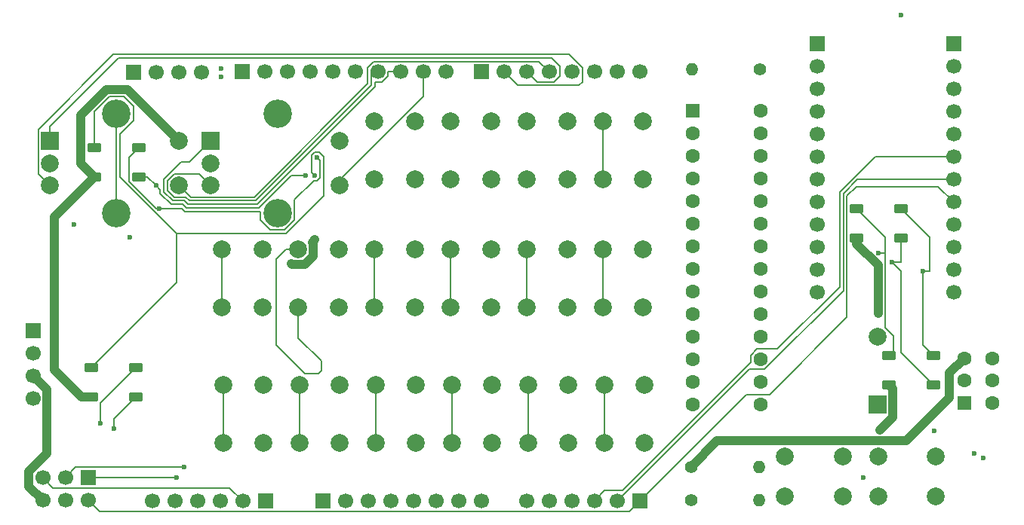
<source format=gbr>
%TF.GenerationSoftware,KiCad,Pcbnew,9.0.1*%
%TF.CreationDate,2025-05-27T17:05:58+05:30*%
%TF.ProjectId,macronardo,6d616372-6f6e-4617-9264-6f2e6b696361,rev?*%
%TF.SameCoordinates,Original*%
%TF.FileFunction,Copper,L4,Bot*%
%TF.FilePolarity,Positive*%
%FSLAX46Y46*%
G04 Gerber Fmt 4.6, Leading zero omitted, Abs format (unit mm)*
G04 Created by KiCad (PCBNEW 9.0.1) date 2025-05-27 17:05:58*
%MOMM*%
%LPD*%
G01*
G04 APERTURE LIST*
G04 Aperture macros list*
%AMRoundRect*
0 Rectangle with rounded corners*
0 $1 Rounding radius*
0 $2 $3 $4 $5 $6 $7 $8 $9 X,Y pos of 4 corners*
0 Add a 4 corners polygon primitive as box body*
4,1,4,$2,$3,$4,$5,$6,$7,$8,$9,$2,$3,0*
0 Add four circle primitives for the rounded corners*
1,1,$1+$1,$2,$3*
1,1,$1+$1,$4,$5*
1,1,$1+$1,$6,$7*
1,1,$1+$1,$8,$9*
0 Add four rect primitives between the rounded corners*
20,1,$1+$1,$2,$3,$4,$5,0*
20,1,$1+$1,$4,$5,$6,$7,0*
20,1,$1+$1,$6,$7,$8,$9,0*
20,1,$1+$1,$8,$9,$2,$3,0*%
G04 Aperture macros list end*
%TA.AperFunction,ComponentPad*%
%ADD10R,1.700000X1.700000*%
%TD*%
%TA.AperFunction,ComponentPad*%
%ADD11C,1.700000*%
%TD*%
%TA.AperFunction,ComponentPad*%
%ADD12C,2.000000*%
%TD*%
%TA.AperFunction,ComponentPad*%
%ADD13R,2.000000X2.000000*%
%TD*%
%TA.AperFunction,ComponentPad*%
%ADD14RoundRect,0.250000X-0.550000X-0.550000X0.550000X-0.550000X0.550000X0.550000X-0.550000X0.550000X0*%
%TD*%
%TA.AperFunction,ComponentPad*%
%ADD15C,1.600000*%
%TD*%
%TA.AperFunction,ComponentPad*%
%ADD16C,3.200000*%
%TD*%
%TA.AperFunction,ComponentPad*%
%ADD17C,1.400000*%
%TD*%
%TA.AperFunction,ComponentPad*%
%ADD18O,1.400000X1.400000*%
%TD*%
%TA.AperFunction,ComponentPad*%
%ADD19R,1.600000X1.600000*%
%TD*%
%TA.AperFunction,SMDPad,CuDef*%
%ADD20RoundRect,0.250000X-0.550000X-0.250000X0.550000X-0.250000X0.550000X0.250000X-0.550000X0.250000X0*%
%TD*%
%TA.AperFunction,ViaPad*%
%ADD21C,0.600000*%
%TD*%
%TA.AperFunction,Conductor*%
%ADD22C,1.000000*%
%TD*%
%TA.AperFunction,Conductor*%
%ADD23C,0.200000*%
%TD*%
G04 APERTURE END LIST*
D10*
%TO.P,J7,1,Pin_1*%
%TO.N,unconnected-(J7-Pin_1-Pad1)*%
X201650000Y-49940000D03*
D11*
%TO.P,J7,2,Pin_2*%
%TO.N,/GND*%
X201650000Y-52480000D03*
%TO.P,J7,3,Pin_3*%
%TO.N,/RST*%
X201650000Y-55020000D03*
%TO.P,J7,4,Pin_4*%
%TO.N,/VCC*%
X201650000Y-57560000D03*
%TO.P,J7,5,Pin_5*%
%TO.N,/GPIO23*%
X201650000Y-60100000D03*
%TO.P,J7,6,Pin_6*%
%TO.N,/HEAD_A2*%
X201650000Y-62640000D03*
%TO.P,J7,7,Pin_7*%
%TO.N,/HEAD_A1*%
X201650000Y-65180000D03*
%TO.P,J7,8,Pin_8*%
%TO.N,/CAPS_LK_STAT*%
X201650000Y-67720000D03*
%TO.P,J7,9,Pin_9*%
%TO.N,/PROMICRO_SCLK*%
X201650000Y-70260000D03*
%TO.P,J7,10,Pin_10*%
%TO.N,/PROMICRO_MISO*%
X201650000Y-72800000D03*
%TO.P,J7,11,Pin_11*%
%TO.N,/PROMICRO_MOSI*%
X201650000Y-75340000D03*
%TO.P,J7,12,Pin_12*%
%TO.N,/GPIO10*%
X201650000Y-77880000D03*
%TD*%
D12*
%TO.P,SW16,1,1*%
%TO.N,/LAYERLED*%
X193200000Y-96350000D03*
X199700000Y-96350000D03*
%TO.P,SW16,2,2*%
%TO.N,/LAYER_CHANGE_SW_IN*%
X193200000Y-100850001D03*
X199700001Y-100850000D03*
%TD*%
%TO.P,SW0,1,1*%
%TO.N,/LED1*%
X119700000Y-94850000D03*
X119700000Y-88350000D03*
%TO.P,SW0,2,2*%
%TO.N,/SW1*%
X124200001Y-94850000D03*
X124200000Y-88349999D03*
%TD*%
%TO.P,SW1,1,1*%
%TO.N,/LED2*%
X128250000Y-94850000D03*
X128250000Y-88350000D03*
%TO.P,SW1,2,2*%
%TO.N,/SW2*%
X132750001Y-94850000D03*
X132750000Y-88349999D03*
%TD*%
D13*
%TO.P,BZ0,1,+*%
%TO.N,/BUZZ (+)*%
X193160000Y-90490000D03*
D12*
%TO.P,BZ0,2,-*%
%TO.N,Net-(BZ0--)*%
X193160000Y-82890000D03*
%TD*%
D14*
%TO.P,U0,1,GPB0*%
%TO.N,/SW1*%
X172380000Y-57490000D03*
D15*
%TO.P,U0,2,GPB1*%
%TO.N,/SW2*%
X172380000Y-60030000D03*
%TO.P,U0,3,GPB2*%
%TO.N,/SW3*%
X172380000Y-62570000D03*
%TO.P,U0,4,GPB3*%
%TO.N,/SW4*%
X172380000Y-65110000D03*
%TO.P,U0,5,GPB4*%
%TO.N,/SW5*%
X172380000Y-67650000D03*
%TO.P,U0,6,GPB5*%
%TO.N,/SW6*%
X172380000Y-70190000D03*
%TO.P,U0,7,GPB6*%
%TO.N,/SW7*%
X172380000Y-72730000D03*
%TO.P,U0,8,GPB7*%
%TO.N,/SW8*%
X172380000Y-75270000D03*
%TO.P,U0,9,VDD*%
%TO.N,/VCC*%
X172380000Y-77810000D03*
%TO.P,U0,10,VSS*%
%TO.N,/GND*%
X172380000Y-80350000D03*
%TO.P,U0,11,NC*%
%TO.N,unconnected-(U0-NC-Pad11)*%
X172380000Y-82890000D03*
%TO.P,U0,12,SCK*%
%TO.N,/SCL*%
X172380000Y-85430000D03*
%TO.P,U0,13,SDA*%
%TO.N,/SDA*%
X172380000Y-87970000D03*
%TO.P,U0,14,NC*%
%TO.N,unconnected-(U0-NC-Pad14)*%
X172380000Y-90510000D03*
%TO.P,U0,15,A0*%
%TO.N,/GND*%
X180000000Y-90510000D03*
%TO.P,U0,16,A1*%
X180000000Y-87970000D03*
%TO.P,U0,17,A2*%
X180000000Y-85430000D03*
%TO.P,U0,18,~{RESET}*%
%TO.N,/VCC*%
X180000000Y-82890000D03*
%TO.P,U0,19,INTB*%
%TO.N,unconnected-(U0-INTB-Pad19)*%
X180000000Y-80350000D03*
%TO.P,U0,20,INTA*%
%TO.N,/INTA*%
X180000000Y-77810000D03*
%TO.P,U0,21,GPA0*%
%TO.N,/SW9*%
X180000000Y-75270000D03*
%TO.P,U0,22,GPA1*%
%TO.N,/SW10*%
X180000000Y-72730000D03*
%TO.P,U0,23,GPA2*%
%TO.N,/SW11*%
X180000000Y-70190000D03*
%TO.P,U0,24,GPA3*%
%TO.N,/SW12*%
X180000000Y-67650000D03*
%TO.P,U0,25,GPA4*%
%TO.N,/SW13*%
X180000000Y-65110000D03*
%TO.P,U0,26,GPA5*%
%TO.N,/SW14*%
X180000000Y-62570000D03*
%TO.P,U0,27,GPA6*%
%TO.N,/SW15*%
X180000000Y-60030000D03*
%TO.P,U0,28,GPA7*%
%TO.N,/SW16*%
X180000000Y-57490000D03*
%TD*%
D12*
%TO.P,SW15,1,1*%
%TO.N,/LED16*%
X162350000Y-65200000D03*
X162350000Y-58700000D03*
%TO.P,SW15,2,2*%
%TO.N,/SW16*%
X166850001Y-65200000D03*
X166850000Y-58699999D03*
%TD*%
%TO.P,SW2,1,1*%
%TO.N,/LED3*%
X136800000Y-94850000D03*
X136800000Y-88350000D03*
%TO.P,SW2,2,2*%
%TO.N,/SW3*%
X141300001Y-94850000D03*
X141300000Y-88349999D03*
%TD*%
%TO.P,SW5,1,1*%
%TO.N,/LED6*%
X162450001Y-94850000D03*
X162450001Y-88350000D03*
%TO.P,SW5,2,2*%
%TO.N,/SW6*%
X166950002Y-94850000D03*
X166950001Y-88349999D03*
%TD*%
D13*
%TO.P,ENC0,A,A*%
%TO.N,/ENC0_A_IN*%
X100250000Y-60900000D03*
D12*
%TO.P,ENC0,B,B*%
%TO.N,/ENC0_B_IN*%
X100250000Y-65900000D03*
%TO.P,ENC0,C,C*%
%TO.N,unconnected-(ENC0-PadC)*%
X100250000Y-63400000D03*
D16*
%TO.P,ENC0,MP,MP*%
%TO.N,unconnected-(ENC0-PadMP)*%
X107750000Y-57800000D03*
X107750000Y-69000000D03*
D12*
%TO.P,ENC0,S1,S1*%
%TO.N,/ENC0_SW_IN*%
X114750000Y-65900000D03*
%TO.P,ENC0,S2,S2*%
%TO.N,/GND*%
X114750000Y-60900000D03*
%TD*%
D17*
%TO.P,R2,1*%
%TO.N,Net-(BZ0--)*%
X179910000Y-52850000D03*
D18*
%TO.P,R2,2*%
%TO.N,/GND*%
X172290000Y-52850000D03*
%TD*%
D12*
%TO.P,SW7,1,1*%
%TO.N,/LED8*%
X128150000Y-79600000D03*
X128150000Y-73100000D03*
%TO.P,SW7,2,2*%
%TO.N,/SW8*%
X132650001Y-79600000D03*
X132650000Y-73099999D03*
%TD*%
%TO.P,SW13,1,1*%
%TO.N,/LED14*%
X145250000Y-65200000D03*
X145250000Y-58700000D03*
%TO.P,SW13,2,2*%
%TO.N,/SW14*%
X149750001Y-65200000D03*
X149750000Y-58699999D03*
%TD*%
%TO.P,SW11,1,1*%
%TO.N,/LED12*%
X162350000Y-79600000D03*
X162350000Y-73100000D03*
%TO.P,SW11,2,2*%
%TO.N,/SW12*%
X166850001Y-79600000D03*
X166850000Y-73099999D03*
%TD*%
%TO.P,SW17,1,1*%
%TO.N,/PRFLELED*%
X182750000Y-96350000D03*
X189250000Y-96350000D03*
%TO.P,SW17,2,2*%
%TO.N,/PROFILE_CHANGE_SW_IN*%
X182750000Y-100850001D03*
X189250001Y-100850000D03*
%TD*%
D10*
%TO.P,J0,1,Pin_1*%
%TO.N,/OLED_SDA*%
X98400000Y-82190000D03*
D11*
%TO.P,J0,2,Pin_2*%
%TO.N,/OLED_SCL*%
X98400000Y-84730000D03*
%TO.P,J0,3,Pin_3*%
%TO.N,/VCC*%
X98400000Y-87269999D03*
%TO.P,J0,4,Pin_4*%
%TO.N,/GND*%
X98400000Y-89810000D03*
%TD*%
D12*
%TO.P,SW6,1,1*%
%TO.N,/LED7*%
X119600000Y-79600000D03*
X119600000Y-73100000D03*
%TO.P,SW6,2,2*%
%TO.N,/SW7*%
X124100001Y-79600000D03*
X124100000Y-73099999D03*
%TD*%
D17*
%TO.P,R0,1*%
%TO.N,/VCC*%
X172190000Y-97550000D03*
D18*
%TO.P,R0,2*%
%TO.N,/SDA*%
X179810000Y-97550000D03*
%TD*%
D12*
%TO.P,SW14,1,1*%
%TO.N,/LED15*%
X153800000Y-65200000D03*
X153800000Y-58700000D03*
%TO.P,SW14,2,2*%
%TO.N,/SW15*%
X158300001Y-65200000D03*
X158300000Y-58699999D03*
%TD*%
D10*
%TO.P,J9,1,Pin_1*%
%TO.N,/CAPS_LK_STAT_IN*%
X124490000Y-101390000D03*
D11*
%TO.P,J9,2,Pin_2*%
%TO.N,/HEAD_A1*%
X121950000Y-101390000D03*
%TO.P,J9,3,Pin_3*%
%TO.N,/HEAD_A2*%
X119410001Y-101390000D03*
%TO.P,J9,4,Pin_4*%
%TO.N,/HEAD_A3*%
X116870000Y-101390000D03*
%TO.P,J9,5,Pin_5*%
%TO.N,/HEAD_A4*%
X114330000Y-101390000D03*
%TO.P,J9,6,Pin_6*%
%TO.N,/HEAD_A5*%
X111790000Y-101390000D03*
%TD*%
D12*
%TO.P,SW3,1,1*%
%TO.N,/LED4*%
X145350000Y-94850000D03*
X145350000Y-88350000D03*
%TO.P,SW3,2,2*%
%TO.N,/SW4*%
X149850001Y-94850000D03*
X149850000Y-88349999D03*
%TD*%
%TO.P,SW4,1,1*%
%TO.N,/LED5*%
X153900000Y-94850000D03*
X153900000Y-88350000D03*
%TO.P,SW4,2,2*%
%TO.N,/SW5*%
X158400001Y-94850000D03*
X158400000Y-88349999D03*
%TD*%
%TO.P,SW12,1,1*%
%TO.N,/LED13*%
X136700000Y-65200000D03*
X136700000Y-58700000D03*
%TO.P,SW12,2,2*%
%TO.N,/SW13*%
X141200001Y-65200000D03*
X141200000Y-58699999D03*
%TD*%
%TO.P,SW9,1,1*%
%TO.N,/LED10*%
X145250000Y-79600000D03*
X145250000Y-73100000D03*
%TO.P,SW9,2,2*%
%TO.N,/SW10*%
X149750001Y-79600000D03*
X149750000Y-73099999D03*
%TD*%
%TO.P,SW10,1,1*%
%TO.N,/LED11*%
X153800000Y-79600000D03*
X153800000Y-73100000D03*
%TO.P,SW10,2,2*%
%TO.N,/SW11*%
X158300001Y-79600000D03*
X158300000Y-73099999D03*
%TD*%
D10*
%TO.P,J2,1,Pin_1*%
%TO.N,/PRMCO_TX*%
X186400000Y-49940000D03*
D11*
%TO.P,J2,2,Pin_2*%
%TO.N,/PRMCO_RX*%
X186400000Y-52480000D03*
%TO.P,J2,3,Pin_3*%
%TO.N,/GND*%
X186400000Y-55020000D03*
%TO.P,J2,4,Pin_4*%
X186400000Y-57560000D03*
%TO.P,J2,5,Pin_5*%
%TO.N,/OLED_SDA*%
X186400000Y-60100000D03*
%TO.P,J2,6,Pin_6*%
%TO.N,/OLED_SCL*%
X186400000Y-62640000D03*
%TO.P,J2,7,Pin_7*%
%TO.N,/GPIO4*%
X186400000Y-65180000D03*
%TO.P,J2,8,Pin_8*%
%TO.N,/LED_R*%
X186400000Y-67720000D03*
%TO.P,J2,9,Pin_9*%
%TO.N,/LED_G*%
X186400000Y-70260000D03*
%TO.P,J2,10,Pin_10*%
%TO.N,/BUZZ (+)*%
X186400000Y-72800000D03*
%TO.P,J2,11,Pin_11*%
%TO.N,/GPIO8*%
X186400000Y-75340000D03*
%TO.P,J2,12,Pin_12*%
%TO.N,/LED_B*%
X186400000Y-77880000D03*
%TD*%
D13*
%TO.P,ENC1,A,A*%
%TO.N,/ENC1_A_IN*%
X118300000Y-60900000D03*
D12*
%TO.P,ENC1,B,B*%
%TO.N,/ENC1_B_IN*%
X118300000Y-65900000D03*
%TO.P,ENC1,C,C*%
%TO.N,unconnected-(ENC1-PadC)*%
X118300000Y-63400000D03*
D16*
%TO.P,ENC1,MP,MP*%
%TO.N,unconnected-(ENC1-PadMP)*%
X125800000Y-57800000D03*
X125800000Y-69000000D03*
D12*
%TO.P,ENC1,S1,S1*%
%TO.N,/ENC1_SW_IN*%
X132800000Y-65900000D03*
%TO.P,ENC1,S2,S2*%
%TO.N,/GND*%
X132800000Y-60900000D03*
%TD*%
D19*
%TO.P,SW18,1,B*%
%TO.N,/WRT_PRTCT_TGGL*%
X202850001Y-90307500D03*
D15*
%TO.P,SW18,2,C*%
%TO.N,/GND*%
X202850001Y-87807500D03*
%TO.P,SW18,3,A*%
%TO.N,/VCC*%
X202850001Y-85307500D03*
%TO.P,SW18,4*%
%TO.N,N/C*%
X206050001Y-90307500D03*
%TO.P,SW18,5*%
X206050001Y-87807500D03*
%TO.P,SW18,6*%
X206050001Y-85307500D03*
%TD*%
D17*
%TO.P,R1,1*%
%TO.N,/VCC*%
X172200000Y-101300000D03*
D18*
%TO.P,R1,2*%
%TO.N,/SCL*%
X179820000Y-101300000D03*
%TD*%
D12*
%TO.P,SW8,1,1*%
%TO.N,/LED9*%
X136700000Y-79600000D03*
X136700000Y-73100000D03*
%TO.P,SW8,2,2*%
%TO.N,/SW9*%
X141200001Y-79600000D03*
X141200000Y-73099999D03*
%TD*%
D10*
%TO.P,J8,1,Pin_1*%
%TO.N,/HEAD_A2*%
X104540000Y-98725000D03*
D11*
%TO.P,J8,2,Pin_2*%
%TO.N,/CAPS_LK_STAT*%
X104540000Y-101265000D03*
%TO.P,J8,3,Pin_3*%
%TO.N,/HEAD_A4*%
X102000000Y-98725000D03*
%TO.P,J8,4,Pin_4*%
%TO.N,/GND*%
X102000000Y-101265000D03*
%TO.P,J8,5,Pin_5*%
%TO.N,/HEAD_A1*%
X99460001Y-98725000D03*
%TO.P,J8,6,Pin_6*%
%TO.N,/VCC*%
X99460000Y-101265000D03*
%TD*%
D20*
%TO.P,D21,1,A*%
%TO.N,/GND*%
X104940000Y-89650000D03*
%TO.P,D21,2,RK*%
%TO.N,/LED_R*%
X104940000Y-86350000D03*
%TO.P,D21,3,GK*%
%TO.N,/LED_G*%
X109940000Y-89650000D03*
%TO.P,D21,4,BK*%
%TO.N,/LED_B*%
X109940000Y-86350000D03*
%TD*%
%TO.P,D22,1,A*%
%TO.N,/GND*%
X194390000Y-88270000D03*
%TO.P,D22,2,RK*%
%TO.N,/LED_R*%
X194390000Y-84970000D03*
%TO.P,D22,3,GK*%
%TO.N,/LED_G*%
X199390000Y-88270000D03*
%TO.P,D22,4,BK*%
%TO.N,/LED_B*%
X199390000Y-84970000D03*
%TD*%
D10*
%TO.P,J3,1,Pin_1*%
%TO.N,/CAPS_LK_STAT*%
X166450000Y-101350000D03*
D11*
%TO.P,J3,2,Pin_2*%
%TO.N,/HEAD_A1*%
X163910000Y-101350000D03*
%TO.P,J3,3,Pin_3*%
%TO.N,/HEAD_A2*%
X161370001Y-101350000D03*
%TO.P,J3,4,Pin_4*%
%TO.N,/HEAD_A3*%
X158830000Y-101350000D03*
%TO.P,J3,5,Pin_5*%
%TO.N,/HEAD_A4*%
X156290000Y-101350000D03*
%TO.P,J3,6,Pin_6*%
%TO.N,/HEAD_A5*%
X153750000Y-101350000D03*
%TD*%
D20*
%TO.P,D19,1,A*%
%TO.N,/GND*%
X105260000Y-64930000D03*
%TO.P,D19,2,RK*%
%TO.N,/LED_R*%
X105260000Y-61630000D03*
%TO.P,D19,3,GK*%
%TO.N,/LED_G*%
X110260000Y-64930000D03*
%TO.P,D19,4,BK*%
%TO.N,/LED_B*%
X110260000Y-61630000D03*
%TD*%
%TO.P,D20,1,A*%
%TO.N,/GND*%
X190800000Y-71800000D03*
%TO.P,D20,2,RK*%
%TO.N,/LED_R*%
X190800000Y-68500000D03*
%TO.P,D20,3,GK*%
%TO.N,/LED_G*%
X195800000Y-71800000D03*
%TO.P,D20,4,BK*%
%TO.N,/LED_B*%
X195800000Y-68500000D03*
%TD*%
D10*
%TO.P,J4,1,Pin_1*%
%TO.N,unconnected-(J4-Pin_1-Pad1)*%
X130930001Y-101350000D03*
D11*
%TO.P,J4,2,Pin_2*%
%TO.N,/IOREF*%
X133470001Y-101350000D03*
%TO.P,J4,3,Pin_3*%
%TO.N,/RESET*%
X136010000Y-101350000D03*
%TO.P,J4,4,Pin_4*%
%TO.N,/3V3_LOGIC*%
X138550001Y-101350000D03*
%TO.P,J4,5,Pin_5*%
%TO.N,/VCC*%
X141090001Y-101350000D03*
%TO.P,J4,6,Pin_6*%
%TO.N,/GND*%
X143630001Y-101350000D03*
%TO.P,J4,7,Pin_7*%
X146170001Y-101350000D03*
%TO.P,J4,8,Pin_8*%
%TO.N,/VIN*%
X148710002Y-101350000D03*
%TD*%
D10*
%TO.P,J5,1,Pin_1*%
%TO.N,/INTA*%
X148690000Y-53100002D03*
D11*
%TO.P,J5,2,Pin_2*%
%TO.N,/ENC0_B_IN*%
X151230000Y-53100002D03*
%TO.P,J5,3,Pin_3*%
%TO.N,/ENC0_A_IN*%
X153769999Y-53100002D03*
%TO.P,J5,4,Pin_4*%
%TO.N,/ENC0_SW_IN*%
X156310000Y-53100002D03*
%TO.P,J5,5,Pin_5*%
%TO.N,unconnected-(J5-Pin_5-Pad5)*%
X158850000Y-53100002D03*
%TO.P,J5,6,Pin_6*%
%TO.N,unconnected-(J5-Pin_6-Pad6)*%
X161390000Y-53100002D03*
%TO.P,J5,7,Pin_7*%
%TO.N,/UART_TX*%
X163930000Y-53100002D03*
%TO.P,J5,8,Pin_8*%
%TO.N,/UART_RX*%
X166470001Y-53100002D03*
%TD*%
D10*
%TO.P,J1,1,Pin_1*%
%TO.N,/SDA*%
X109630000Y-53200000D03*
D11*
%TO.P,J1,2,Pin_2*%
%TO.N,/SCL*%
X112170000Y-53200000D03*
%TO.P,J1,3,Pin_3*%
%TO.N,/VCC*%
X114709999Y-53200000D03*
%TO.P,J1,4,Pin_4*%
%TO.N,/GND*%
X117250000Y-53200000D03*
%TD*%
D10*
%TO.P,J6,1,Pin_1*%
%TO.N,/SCL*%
X121829999Y-53100000D03*
D11*
%TO.P,J6,2,Pin_2*%
%TO.N,/SDA*%
X124369999Y-53100000D03*
%TO.P,J6,3,Pin_3*%
%TO.N,unconnected-(J6-Pin_3-Pad3)*%
X126909998Y-53100000D03*
%TO.P,J6,4,Pin_4*%
%TO.N,/GND*%
X129449999Y-53100000D03*
%TO.P,J6,5,Pin_5*%
%TO.N,/PROFILE_CHANGE_SW_IN*%
X131989999Y-53100000D03*
%TO.P,J6,6,Pin_6*%
%TO.N,/LAYER_CHANGE_SW_IN*%
X134529999Y-53100000D03*
%TO.P,J6,7,Pin_7*%
%TO.N,/ENC1_B_IN*%
X137069999Y-53100000D03*
%TO.P,J6,8,Pin_8*%
%TO.N,/ENC1_A_IN*%
X139610000Y-53100000D03*
%TO.P,J6,9,Pin_9*%
%TO.N,/ENC1_SW_IN*%
X142149999Y-53100000D03*
%TO.P,J6,10,Pin_10*%
%TO.N,/PWR_LED*%
X144689999Y-53100000D03*
%TD*%
D21*
%TO.N,/VCC*%
X195732814Y-46732814D03*
X180500000Y-94601000D03*
X199500000Y-93500000D03*
%TO.N,/HEAD_A4*%
X115350000Y-97574000D03*
%TO.N,/GND*%
X193199000Y-80260000D03*
X130000000Y-72000000D03*
X193400000Y-93400000D03*
X191500000Y-98750000D03*
%TO.N,/HEAD_A2*%
X114504999Y-98725000D03*
%TO.N,/UART_TX*%
X119500000Y-52750000D03*
X109250000Y-71750000D03*
%TO.N,/SDA*%
X205000000Y-96500000D03*
%TO.N,/PWR_LED*%
X103000000Y-70250000D03*
X119500000Y-53651000D03*
%TO.N,/LED_G*%
X107480000Y-93240000D03*
X112187000Y-65893000D03*
X129000000Y-64750000D03*
X194750000Y-74500000D03*
%TO.N,/LED_B*%
X112550000Y-68480000D03*
X105960000Y-92600000D03*
X130250000Y-62750000D03*
X198250000Y-75500000D03*
%TO.N,/LED_R*%
X130000000Y-64750000D03*
X193250000Y-73500000D03*
%TO.N,/WRT_PRTCT_TGGL*%
X204000000Y-96000000D03*
%TD*%
D22*
%TO.N,/VCC*%
X201200000Y-89751844D02*
X196350844Y-94601000D01*
X97909001Y-99714001D02*
X99460000Y-101265000D01*
X97909001Y-98082554D02*
X97909001Y-99714001D01*
X99951000Y-88820999D02*
X99951000Y-96040555D01*
X201200000Y-86957501D02*
X201200000Y-89751844D01*
X196350844Y-94601000D02*
X180500000Y-94601000D01*
X99951000Y-96040555D02*
X97909001Y-98082554D01*
X175139000Y-94601000D02*
X172190000Y-97550000D01*
X180500000Y-94601000D02*
X175139000Y-94601000D01*
X98400000Y-87269999D02*
X99951000Y-88820999D01*
X202850001Y-85307500D02*
X201200000Y-86957501D01*
D23*
%TO.N,/ENC1_SW_IN*%
X132800000Y-65900000D02*
X132800000Y-65260107D01*
X142149999Y-55910108D02*
X142149999Y-53100000D01*
X132800000Y-65260107D02*
X142149999Y-55910108D01*
%TO.N,/ENC0_SW_IN*%
X135918999Y-54481058D02*
X135918999Y-52623240D01*
X155158998Y-51949000D02*
X156310000Y-53100002D01*
X116051000Y-67201000D02*
X123199057Y-67201000D01*
X123199057Y-67201000D02*
X135918999Y-54481058D01*
X114750000Y-65900000D02*
X116051000Y-67201000D01*
X136593239Y-51949000D02*
X155158998Y-51949000D01*
X135918999Y-52623240D02*
X136593239Y-51949000D01*
%TO.N,/ENC0_B_IN*%
X160001000Y-52623242D02*
X160001000Y-54249000D01*
X107401000Y-51147000D02*
X158524758Y-51147000D01*
X98949000Y-64599000D02*
X98949000Y-59599000D01*
X158524758Y-51147000D02*
X160001000Y-52623242D01*
X159597998Y-54652002D02*
X152782000Y-54652002D01*
X152782000Y-54652002D02*
X151230000Y-53100002D01*
X98949000Y-59599000D02*
X107401000Y-51147000D01*
X100250000Y-65900000D02*
X98949000Y-64599000D01*
X160001000Y-54249000D02*
X159597998Y-54652002D01*
%TO.N,/HEAD_A4*%
X103151000Y-97574000D02*
X115350000Y-97574000D01*
X102000000Y-98725000D02*
X103151000Y-97574000D01*
%TO.N,/ENC0_A_IN*%
X157461000Y-52461000D02*
X157461000Y-53576762D01*
X100250000Y-59250000D02*
X107952000Y-51548000D01*
X156786760Y-54251002D02*
X154920999Y-54251002D01*
X154920999Y-54251002D02*
X153769999Y-53100002D01*
X107952000Y-51548000D02*
X156548000Y-51548000D01*
X100250000Y-60900000D02*
X100250000Y-59250000D01*
X157461000Y-53576762D02*
X156786760Y-54251002D01*
X156548000Y-51548000D02*
X157461000Y-52461000D01*
D22*
%TO.N,/GND*%
X128854578Y-74801000D02*
X127445422Y-74801000D01*
X194861000Y-88741000D02*
X194390000Y-88270000D01*
X129851000Y-73804578D02*
X128854578Y-74801000D01*
X106630794Y-55098000D02*
X103759000Y-57969794D01*
X100760000Y-86590000D02*
X103820000Y-89650000D01*
X103759000Y-57969794D02*
X103759000Y-63429000D01*
X127445422Y-74801000D02*
X127322211Y-74677789D01*
X103759000Y-63429000D02*
X105260000Y-64930000D01*
X103820000Y-89650000D02*
X104940000Y-89650000D01*
X190800000Y-72465628D02*
X190800000Y-71800000D01*
X105260000Y-64930000D02*
X100760000Y-69430000D01*
X194861000Y-91939000D02*
X194861000Y-88741000D01*
X130000000Y-72000000D02*
X129727789Y-72272211D01*
X193199000Y-74864628D02*
X193199000Y-80260000D01*
X193199000Y-74864628D02*
X190800000Y-72465628D01*
X108948000Y-55098000D02*
X106630794Y-55098000D01*
X129851000Y-72395422D02*
X129851000Y-73804578D01*
X129727789Y-72272211D02*
X129851000Y-72395422D01*
X114750000Y-60900000D02*
X108948000Y-55098000D01*
X193400000Y-93400000D02*
X194861000Y-91939000D01*
X100760000Y-69430000D02*
X100760000Y-86590000D01*
D23*
%TO.N,/ENC1_B_IN*%
X116999000Y-64599000D02*
X114211108Y-64599000D01*
X114211108Y-64599000D02*
X113449000Y-65361108D01*
X136319999Y-54647158D02*
X136319999Y-53100000D01*
X113449000Y-65361108D02*
X113449000Y-66438892D01*
X136319999Y-53100000D02*
X137069999Y-53100000D01*
X114211108Y-67201000D02*
X115483900Y-67201000D01*
X118300000Y-65900000D02*
X116999000Y-64599000D01*
X115483900Y-67201000D02*
X115884900Y-67602000D01*
X123365157Y-67602000D02*
X136319999Y-54647158D01*
X115884900Y-67602000D02*
X123365157Y-67602000D01*
X113449000Y-66438892D02*
X114211108Y-67201000D01*
%TO.N,/HEAD_A1*%
X99460001Y-98725000D02*
X100611001Y-99876000D01*
X178729000Y-86531000D02*
X180456050Y-86531000D01*
X189298000Y-66769100D02*
X190887100Y-65180000D01*
X120436000Y-99876000D02*
X121950000Y-101390000D01*
X163910000Y-101350000D02*
X178729000Y-86531000D01*
X189298000Y-77689050D02*
X189298000Y-66769100D01*
X190887100Y-65180000D02*
X201650000Y-65180000D01*
X100611001Y-99876000D02*
X120436000Y-99876000D01*
X180456050Y-86531000D02*
X189298000Y-77689050D01*
%TO.N,/CAPS_LK_STAT*%
X189699000Y-67051000D02*
X190750000Y-66000000D01*
X165249000Y-102551000D02*
X166450000Y-101350000D01*
X181001108Y-89409000D02*
X189699000Y-80711108D01*
X166450000Y-101350000D02*
X178391000Y-89409000D01*
X178391000Y-89409000D02*
X181001108Y-89409000D01*
X189699000Y-80711108D02*
X189699000Y-67051000D01*
X199930000Y-66000000D02*
X190750000Y-66000000D01*
X104540000Y-101265000D02*
X105826000Y-102551000D01*
X199930000Y-66000000D02*
X201650000Y-67720000D01*
X105826000Y-102551000D02*
X165249000Y-102551000D01*
%TO.N,/ENC1_A_IN*%
X113048000Y-66604992D02*
X113048000Y-65195008D01*
X136720999Y-54251000D02*
X136720999Y-54813258D01*
X115950000Y-63250000D02*
X118300000Y-60900000D01*
X113048000Y-65195008D02*
X114993008Y-63250000D01*
X138220999Y-53576760D02*
X137546759Y-54251000D01*
X139610000Y-53100000D02*
X138220999Y-53100000D01*
X114993008Y-63250000D02*
X115950000Y-63250000D01*
X137546759Y-54251000D02*
X136720999Y-54251000D01*
X114045008Y-67602000D02*
X113048000Y-66604992D01*
X115317800Y-67602000D02*
X114045008Y-67602000D01*
X138220999Y-53100000D02*
X138220999Y-53576760D01*
X136720999Y-54813258D02*
X123531257Y-68003000D01*
X123531257Y-68003000D02*
X115718800Y-68003000D01*
X115718800Y-68003000D02*
X115317800Y-67602000D01*
%TO.N,/HEAD_A2*%
X188897000Y-77270760D02*
X188897000Y-66603000D01*
X162521001Y-100199000D02*
X164493900Y-100199000D01*
X179622950Y-84250000D02*
X181917760Y-84250000D01*
X192860000Y-62640000D02*
X201650000Y-62640000D01*
X164493900Y-100199000D02*
X178899000Y-85793900D01*
X114504999Y-98725000D02*
X104540000Y-98725000D01*
X178899000Y-84973950D02*
X179622950Y-84250000D01*
X178899000Y-85793900D02*
X178899000Y-84973950D01*
X188897000Y-66603000D02*
X192860000Y-62640000D01*
X181917760Y-84250000D02*
X188897000Y-77270760D01*
X161370001Y-101350000D02*
X162521001Y-100199000D01*
%TO.N,unconnected-(ENC0-PadMP)*%
X107750000Y-57800000D02*
X107750000Y-69000000D01*
%TO.N,/LED1*%
X119700000Y-88350000D02*
X119700000Y-94850000D01*
%TO.N,/LED2*%
X128250000Y-88350000D02*
X128250000Y-94850000D01*
%TO.N,/LED3*%
X136800000Y-88350000D02*
X136800000Y-94850000D01*
%TO.N,/LED4*%
X145350000Y-88350000D02*
X145350000Y-94850000D01*
%TO.N,/LED5*%
X153900000Y-88350000D02*
X153900000Y-94850000D01*
%TO.N,/LED6*%
X162450001Y-88350000D02*
X162450001Y-94850000D01*
%TO.N,/LED7*%
X119600000Y-73100000D02*
X119600000Y-79600000D01*
%TO.N,/LED8*%
X130738500Y-85637160D02*
X128150000Y-83048660D01*
X130422660Y-87051000D02*
X130738500Y-86735160D01*
X128150000Y-83048660D02*
X128150000Y-79600000D01*
X125648000Y-83846660D02*
X128852340Y-87051000D01*
X126735787Y-73100000D02*
X125648000Y-74187787D01*
X130738500Y-86735160D02*
X130738500Y-85637160D01*
X128852340Y-87051000D02*
X130422660Y-87051000D01*
X128150000Y-73100000D02*
X126735787Y-73100000D01*
X125648000Y-74187787D02*
X125648000Y-83846660D01*
%TO.N,/LED9*%
X136700000Y-73100000D02*
X136700000Y-79600000D01*
%TO.N,/LED10*%
X145250000Y-73100000D02*
X145250000Y-79600000D01*
%TO.N,/LED11*%
X153800000Y-73100000D02*
X153800000Y-79600000D01*
%TO.N,/LED12*%
X162350000Y-73100000D02*
X162350000Y-79600000D01*
%TO.N,/LED16*%
X162350000Y-58700000D02*
X162350000Y-65200000D01*
%TO.N,/LED_G*%
X194750000Y-74500000D02*
X195800000Y-74500000D01*
X113878908Y-68003000D02*
X112647000Y-66771092D01*
X112647000Y-66353000D02*
X112187000Y-65893000D01*
X195760000Y-75510000D02*
X195760000Y-84640000D01*
X129000000Y-64750000D02*
X127351357Y-64750000D01*
X195760000Y-84640000D02*
X199390000Y-88270000D01*
X195800000Y-71800000D02*
X195800000Y-74500000D01*
X111224000Y-64930000D02*
X110260000Y-64930000D01*
X115151700Y-68003000D02*
X113878908Y-68003000D01*
X115552700Y-68404000D02*
X115151700Y-68003000D01*
X112187000Y-65893000D02*
X111224000Y-64930000D01*
X112647000Y-66771092D02*
X112647000Y-66353000D01*
X107480000Y-92110000D02*
X107480000Y-93240000D01*
X127351357Y-64750000D02*
X123697357Y-68404000D01*
X109940000Y-89650000D02*
X107480000Y-92110000D01*
X194750000Y-74500000D02*
X195760000Y-75510000D01*
X123697357Y-68404000D02*
X115552700Y-68404000D01*
%TO.N,/LED_B*%
X126587420Y-70901000D02*
X127701000Y-69787420D01*
X130601000Y-64998943D02*
X130601000Y-63101000D01*
X127701000Y-69787420D02*
X127701000Y-67519000D01*
X130601000Y-63101000D02*
X130250000Y-62750000D01*
X130248943Y-65351000D02*
X130601000Y-64998943D01*
X110260000Y-61630000D02*
X109159000Y-62731000D01*
X198250000Y-75500000D02*
X199000000Y-75500000D01*
X115386600Y-68805000D02*
X123863457Y-68805000D01*
X112550000Y-68480000D02*
X115061600Y-68480000D01*
X123863457Y-68805000D02*
X123863457Y-69751877D01*
X109159000Y-65415160D02*
X112223840Y-68480000D01*
X115061600Y-68480000D02*
X115386600Y-68805000D01*
X105960000Y-92600000D02*
X105960000Y-90330000D01*
X198250000Y-75500000D02*
X198250000Y-83830000D01*
X129869000Y-65351000D02*
X130248943Y-65351000D01*
X127701000Y-67519000D02*
X129869000Y-65351000D01*
X105960000Y-90330000D02*
X109940000Y-86350000D01*
X109159000Y-62731000D02*
X109159000Y-65415160D01*
X112223840Y-68480000D02*
X112550000Y-68480000D01*
X199000000Y-75500000D02*
X199000000Y-71700000D01*
X125012580Y-70901000D02*
X126587420Y-70901000D01*
X198250000Y-83830000D02*
X199390000Y-84970000D01*
X199000000Y-71700000D02*
X195800000Y-68500000D01*
X123863457Y-69751877D02*
X125012580Y-70901000D01*
%TO.N,/LED_R*%
X194000000Y-81890108D02*
X194890000Y-82780108D01*
X104940000Y-86350000D02*
X114478740Y-76811260D01*
X130498943Y-62149000D02*
X131002000Y-62652057D01*
X190800000Y-68500000D02*
X194000000Y-71700000D01*
X114478740Y-71302000D02*
X108151000Y-64974260D01*
X109651000Y-57012580D02*
X108537420Y-55899000D01*
X131002000Y-67053520D02*
X126753520Y-71302000D01*
X194000000Y-73500000D02*
X194000000Y-81890108D01*
X108537420Y-55899000D02*
X106962580Y-55899000D01*
X126753520Y-71302000D02*
X114478740Y-71302000D01*
X194890000Y-84470000D02*
X194390000Y-84970000D01*
X130001057Y-62149000D02*
X130498943Y-62149000D01*
X109651000Y-58587420D02*
X109651000Y-57012580D01*
X106962580Y-55899000D02*
X105260000Y-57601580D01*
X108151000Y-64974260D02*
X108151000Y-60087420D01*
X129649000Y-64399000D02*
X129649000Y-62501057D01*
X193250000Y-73500000D02*
X194000000Y-73500000D01*
X108151000Y-60087420D02*
X109651000Y-58587420D01*
X105260000Y-57601580D02*
X105260000Y-61630000D01*
X129649000Y-62501057D02*
X130001057Y-62149000D01*
X114478740Y-76811260D02*
X114478740Y-71302000D01*
X131002000Y-62652057D02*
X131002000Y-67053520D01*
X194000000Y-71700000D02*
X194000000Y-73500000D01*
X194890000Y-82780108D02*
X194890000Y-84470000D01*
X130000000Y-64750000D02*
X129649000Y-64399000D01*
%TD*%
M02*

</source>
